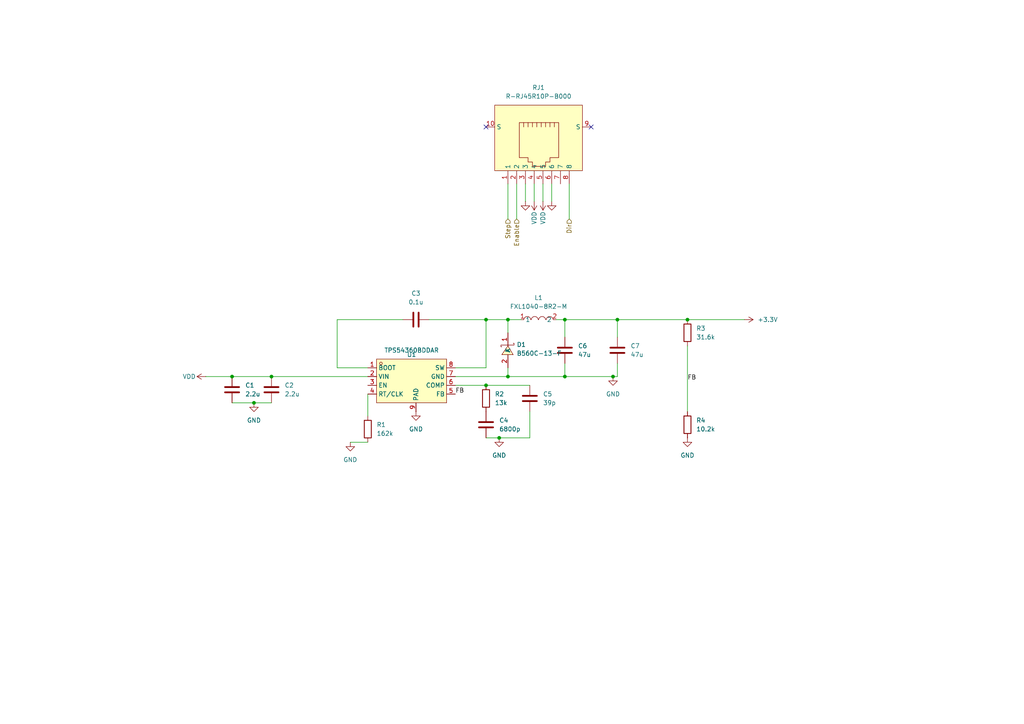
<source format=kicad_sch>
(kicad_sch (version 20231120) (generator "eeschema") (generator_version "8.0")
  (paper "A4")
  (lib_symbols
    (symbol "Device:C" (pin_numbers hide) (pin_names (offset 0.254))
      (property "Reference" "C" (at 0.635 2.54 0))
      (property "Value" "C" (at 0.635 -2.54 0))
      (symbol "C_0_1"
        (polyline (pts (xy -2.032 -0.762) (xy 2.032 -0.762)) (stroke (width 0.508)))
        (polyline (pts (xy -2.032 0.762) (xy 2.032 0.762)) (stroke (width 0.508)))
      )
      (symbol "C_1_1"
        (pin passive line (at 0 3.81 270) (length 2.794) (name "~") (number "1"))
        (pin passive line (at 0 -3.81 90) (length 2.794) (name "~") (number "2"))
      )
    )
    (symbol "Device:R" (pin_numbers hide) (pin_names (offset 0))
      (property "Reference" "R" (at 2.032 0 90))
      (property "Value" "R" (at 0 0 90))
      (symbol "R_0_1"
        (rectangle (start -1.016 -2.54) (end 1.016 2.54) (stroke (width 0.254)))
      )
      (symbol "R_1_1"
        (pin passive line (at 0 3.81 270) (length 1.27) (name "~") (number "1"))
        (pin passive line (at 0 -3.81 90) (length 1.27) (name "~") (number "2"))
      )
    )
    (symbol "NEW:B560C-13-F"
      (property "Reference" "D" (at 0 5.08 0))
      (property "Value" "B560C-13-F" (at 0 -5.08 0))
      (symbol "B560C-13-F_0_1"
        (polyline (pts (xy 1.27 1.52) (xy -1.27 0) (xy 1.27 -1.78) (xy 1.27 1.52)) (fill (type background)))
        (polyline (pts (xy -2.03 1.52) (xy -2.03 1.78) (xy -1.52 1.78) (xy -1.52 -2.03) (xy -1.02 -2.03) (xy -1.02 -1.78)))
        (pin unspecified line (at -5.08 0 0) (length 3.81) (name "K") (number "1"))
        (pin unspecified line (at 5.08 0 180) (length 3.81) (name "A") (number "2"))
      )
    )
    (symbol "NEW:FXL1040-8R2-M"
      (property "Reference" "L" (at 0 5.08 0))
      (property "Value" "FXL1040-8R2-M" (at 0 -5.08 0))
      (symbol "FXL1040-8R2-M_0_1"
        (arc (start -2.27 -0.02) (mid -3.28 0.9027) (end -4.29 -0.02))
        (arc (start -0.11 -0.02) (mid -1.12 0.9071) (end -2.13 -0.02))
        (arc (start 2.04 -0.02) (mid 1.03 0.9071) (end 0.02 -0.02))
        (arc (start 4.23 -0.02) (mid 3.22 0.9071) (end 2.21 -0.02))
        (pin unspecified line (at -5.08 0 0) (length 0.762) (name "1") (number "1"))
        (pin unspecified line (at 5.08 0 180) (length 0.762) (name "2") (number "2"))
      )
    )
    (symbol "NEW:TPS54360BDDAR"
      (property "Reference" "U5" (at 0 7.62 0))
      (property "Value" "TPS54360BDDAR" (at -7.62 -16.51 0))
      (symbol "TPS54360BDDAR_0_1"
        (rectangle (start -10.16 6.35) (end 10.16 -6.35) (fill (type background)))
        (circle (center -8.89 5.08) (radius 0.38))
        (pin unspecified line (at -12.7 3.81 0) (length 2.54) (name "BOOT") (number "1"))
        (pin unspecified line (at -12.7 1.27 0) (length 2.54) (name "VIN") (number "2"))
        (pin unspecified line (at -12.7 -1.27 0) (length 2.54) (name "EN") (number "3"))
        (pin unspecified line (at -12.7 -3.81 0) (length 2.54) (name "RT/CLK") (number "4"))
        (pin unspecified line (at 12.7 -3.81 180) (length 2.54) (name "FB") (number "5"))
        (pin unspecified line (at 12.7 -1.27 180) (length 2.54) (name "COMP") (number "6"))
        (pin unspecified line (at 12.7 1.27 180) (length 2.54) (name "GND") (number "7"))
        (pin unspecified line (at 12.7 3.81 180) (length 2.54) (name "SW") (number "8"))
        (pin unspecified line (at 1.27 -8.89 90) (length 2.54) (name "PAD") (number "9"))
      )
    )
    (symbol "PARTS:R-RJ45R10P-B000"
      (property "Reference" "RJ" (at 0 8.89 0))
      (property "Value" "R-RJ45R10P-B000" (at 0 -17.78 0))
      (symbol "R-RJ45R10P-B000_0_1"
        (rectangle (start -11.43 10.16) (end 13.97 -8.89) (fill (type background)))
        (polyline (pts (xy -3.05 3.81) (xy -3.05 5.08) (xy -3.05 5.08)))
        (polyline (pts (xy -1.78 5.08) (xy -1.78 3.81) (xy -1.78 3.81)))
        (polyline (pts (xy -0.51 5.08) (xy -0.51 3.81) (xy -0.51 3.81)))
        (polyline (pts (xy 0.76 5.08) (xy 0.76 3.81) (xy 0.76 3.81)))
        (polyline (pts (xy 2.03 5.08) (xy 2.03 3.81) (xy 2.03 3.81)))
        (polyline (pts (xy 3.3 5.08) (xy 3.3 3.81) (xy 3.3 3.81)))
        (polyline (pts (xy 4.57 3.81) (xy 4.57 5.08) (xy 4.57 5.08)))
        (polyline (pts (xy 5.84 3.81) (xy 5.84 5.08) (xy 5.84 5.08)))
        (polyline (pts (xy -4.32 5.08) (xy 7.11 5.08) (xy 7.11 -5.08) (xy 4.57 -5.08) (xy 4.57 -6.35) (xy 3.3 -6.35) (xy 3.3 -7.62) (xy -0.51 -7.62) (xy -0.51 -6.35) (xy -1.78 -6.35) (xy -1.78 -5.08) (xy -4.32 -5.08) (xy -4.32 5.08) (xy -4.32 5.08)) (fill (type background)))
        (pin unspecified line (at -7.62 -12.7 90) (length 3.81) (name "1") (number "1"))
        (pin unspecified line (at -13.97 3.81 0) (length 2.54) (name "S") (number "10"))
        (pin unspecified line (at -5.08 -12.7 90) (length 3.81) (name "2") (number "2"))
        (pin unspecified line (at -2.54 -12.7 90) (length 3.81) (name "3") (number "3"))
        (pin unspecified line (at 0 -12.7 90) (length 3.81) (name "4") (number "4"))
        (pin unspecified line (at 2.54 -12.7 90) (length 3.81) (name "5") (number "5"))
        (pin unspecified line (at 5.08 -12.7 90) (length 3.81) (name "6") (number "6"))
        (pin unspecified line (at 7.62 -12.7 90) (length 3.81) (name "7") (number "7"))
        (pin unspecified line (at 10.16 -12.7 90) (length 3.81) (name "8") (number "8"))
        (pin unspecified line (at 16.51 3.81 180) (length 2.54) (name "S") (number "9"))
      )
    )
    (symbol "power:+3.3V" (power) (pin_numbers hide) (pin_names (offset 0) hide)
      (property "Value" "+3.3V" (at 0 3.556 0))
      (symbol "+3.3V_0_1"
        (polyline (pts (xy -0.762 1.27) (xy 0 2.54)))
        (polyline (pts (xy 0 0) (xy 0 2.54)))
        (polyline (pts (xy 0 2.54) (xy 0.762 1.27)))
      )
      (symbol "+3.3V_1_1"
        (pin power_in line (at 0 0 90) (length 0) (name "~") (number "1"))
      )
    )
    (symbol "power:GND" (power) (pin_numbers hide) (pin_names (offset 0) hide)
      (property "Value" "GND" (at 0 -3.81 0))
      (symbol "GND_0_1"
        (polyline (pts (xy 0 0) (xy 0 -1.27) (xy 1.27 -1.27) (xy 0 -2.54) (xy -1.27 -1.27) (xy 0 -1.27)))
      )
      (symbol "GND_1_1"
        (pin power_in line (at 0 0 270) (length 0) (name "~") (number "1"))
      )
    )
    (symbol "power:VDD" (power) (pin_numbers hide) (pin_names (offset 0) hide)
      (property "Value" "VDD" (at 0 3.556 0))
      (symbol "VDD_0_1"
        (polyline (pts (xy -0.762 1.27) (xy 0 2.54)))
        (polyline (pts (xy 0 0) (xy 0 2.54)))
        (polyline (pts (xy 0 2.54) (xy 0.762 1.27)))
      )
      (symbol "VDD_1_1"
        (pin power_in line (at 0 0 90) (length 0) (name "~") (number "1"))
      )
    )
  )
  (junction (at 73.66 116.84))
  (junction (at 67.31 109.22))
  (junction (at 147.32 109.22))
  (junction (at 147.32 92.71))
  (junction (at 163.83 109.22))
  (junction (at 179.07 92.71))
  (junction (at 144.78 127))
  (junction (at 78.74 109.22))
  (junction (at 199.39 92.71))
  (junction (at 177.8 109.22))
  (junction (at 140.97 92.71))
  (junction (at 163.83 92.71))
  (junction (at 140.97 111.76))
  (no_connect (at 140.97 36.83))
  (no_connect (at 171.45 36.83))
  (wire (pts (xy 144.78 127) (xy 140.97 127)))
  (wire (pts (xy 152.4 58.42) (xy 152.4 53.34)))
  (wire (pts (xy 215.9 92.71) (xy 199.39 92.71)))
  (wire (pts (xy 163.83 92.71) (xy 179.07 92.71)))
  (wire (pts (xy 132.08 111.76) (xy 140.97 111.76)))
  (wire (pts (xy 163.83 105.41) (xy 163.83 109.22)))
  (wire (pts (xy 106.68 120.65) (xy 106.68 114.3)))
  (wire (pts (xy 160.02 58.42) (xy 160.02 53.34)))
  (wire (pts (xy 73.66 116.84) (xy 78.74 116.84)))
  (wire (pts (xy 161.29 92.71) (xy 163.83 92.71)))
  (wire (pts (xy 163.83 92.71) (xy 163.83 97.79)))
  (wire (pts (xy 140.97 111.76) (xy 153.67 111.76)))
  (wire (pts (xy 132.08 106.68) (xy 140.97 106.68)))
  (wire (pts (xy 132.08 109.22) (xy 147.32 109.22)))
  (wire (pts (xy 154.94 58.42) (xy 154.94 53.34)))
  (wire (pts (xy 163.83 109.22) (xy 177.8 109.22)))
  (wire (pts (xy 177.8 109.22) (xy 179.07 109.22)))
  (wire (pts (xy 124.46 92.71) (xy 140.97 92.71)))
  (wire (pts (xy 199.39 119.38) (xy 199.39 100.33)))
  (wire (pts (xy 97.79 92.71) (xy 97.79 106.68)))
  (wire (pts (xy 149.86 63.5) (xy 149.86 53.34)))
  (wire (pts (xy 147.32 96.52) (xy 147.32 92.71)))
  (wire (pts (xy 179.07 92.71) (xy 179.07 97.79)))
  (wire (pts (xy 153.67 127) (xy 144.78 127)))
  (wire (pts (xy 147.32 109.22) (xy 163.83 109.22)))
  (wire (pts (xy 147.32 63.5) (xy 147.32 53.34)))
  (wire (pts (xy 78.74 109.22) (xy 106.68 109.22)))
  (wire (pts (xy 157.48 58.42) (xy 157.48 53.34)))
  (wire (pts (xy 101.6 128.27) (xy 106.68 128.27)))
  (wire (pts (xy 140.97 92.71) (xy 147.32 92.71)))
  (wire (pts (xy 140.97 106.68) (xy 140.97 92.71)))
  (wire (pts (xy 179.07 109.22) (xy 179.07 105.41)))
  (wire (pts (xy 67.31 109.22) (xy 78.74 109.22)))
  (wire (pts (xy 73.66 116.84) (xy 67.31 116.84)))
  (wire (pts (xy 147.32 92.71) (xy 151.13 92.71)))
  (wire (pts (xy 179.07 92.71) (xy 199.39 92.71)))
  (wire (pts (xy 116.84 92.71) (xy 97.79 92.71)))
  (wire (pts (xy 147.32 106.68) (xy 147.32 109.22)))
  (wire (pts (xy 97.79 106.68) (xy 106.68 106.68)))
  (wire (pts (xy 59.69 109.22) (xy 67.31 109.22)))
  (wire (pts (xy 165.1 63.5) (xy 165.1 53.34)))
  (wire (pts (xy 153.67 119.38) (xy 153.67 127)))
  (label "FB" (at 132.08 114.3 0))
  (label "FB" (at 199.39 110.49 0))
  (hierarchical_label "Dir" (shape input) (at 165.1 63.5 270))
  (hierarchical_label "Enable" (shape input) (at 149.86 63.5 270))
  (hierarchical_label "Step" (shape input) (at 147.32 63.5 270))
  (symbol (lib_id "Device:C") (at 179.07 101.6 0) (unit 1)
    (property "Reference" "C7" (at 182.88 100.33 0) (effects (justify left)))
    (property "Value" "47u" (at 182.88 102.87 0) (effects (justify left)))
    (property "Footprint" "Capacitor_SMD:C_1206_3216Metric_Pad1.33x1.80mm_HandSolder" (effects (hide yes)))
    (property "LCSC Part" "C94034" (effects (hide yes)))
  )
  (symbol (lib_id "power:VDD") (at 157.48 58.42 180) (unit 1)
    (property "Reference" "#PWR02" (effects (hide yes)))
    (property "Value" "VDD" (at 157.48 63.246 90))
    (property "Description" "Power symbol creates a global label with name \"VDD\"" (effects (hide yes)))
  )
  (symbol (lib_id "power:GND") (at 144.78 127 0) (unit 1)
    (property "Reference" "#PWR08" (effects (hide yes)))
    (property "Value" "GND" (at 144.78 132.08 0))
  )
  (symbol (lib_id "power:GND") (at 199.39 127 0) (unit 1)
    (property "Reference" "#PWR010" (effects (hide yes)))
    (property "Value" "GND" (at 199.39 132.08 0))
  )
  (symbol (lib_id "Device:C") (at 120.65 92.71 90) (unit 1)
    (property "Reference" "C3" (at 120.65 85.09 90))
    (property "Value" "0.1u" (at 120.65 87.63 90))
    (property "Footprint" "Capacitor_SMD:C_0805_2012Metric_Pad1.18x1.45mm_HandSolder" (effects (hide yes)))
  )
  (symbol (lib_id "power:GND") (at 73.66 116.84 0) (unit 1)
    (property "Reference" "#PWR05" (effects (hide yes)))
    (property "Value" "GND" (at 73.66 121.92 0))
  )
  (symbol (lib_id "Device:R") (at 106.68 124.46 0) (unit 1)
    (property "Reference" "R1" (at 109.22 123.19 0) (effects (justify left)))
    (property "Value" "162k" (at 109.22 125.73 0) (effects (justify left)))
    (property "Footprint" "Resistor_SMD:R_0805_2012Metric_Pad1.20x1.40mm_HandSolder" (effects (hide yes)))
    (property "LCSC Part" "C22815" (effects (hide yes)))
  )
  (symbol (lib_id "Device:C") (at 153.67 115.57 0) (unit 1)
    (property "Reference" "C5" (at 157.48 114.3 0) (effects (justify left)))
    (property "Value" "39p" (at 157.48 116.84 0) (effects (justify left)))
    (property "Footprint" "Capacitor_SMD:C_0402_1005Metric_Pad0.74x0.62mm_HandSolder" (effects (hide yes)))
  )
  (symbol (lib_id "Device:R") (at 199.39 96.52 0) (unit 1)
    (property "Reference" "R3" (at 201.93 95.25 0) (effects (justify left)))
    (property "Value" "31.6k" (at 201.93 97.79 0) (effects (justify left)))
    (property "Footprint" "Resistor_SMD:R_0805_2012Metric_Pad1.20x1.40mm_HandSolder" (effects (hide yes)))
  )
  (symbol (lib_id "PARTS:R-RJ45R10P-B000") (at 154.94 40.64 0) (unit 1)
    (property "Reference" "RJ1" (at 156.21 25.4 0))
    (property "Value" "R-RJ45R10P-B000" (at 156.21 27.94 0))
    (property "Footprint" "PARTS:RJ45-TH_R-RJ45R10P-B000" (effects (hide yes)))
    (property "Datasheet" "https://lcsc.com/product-detail/Ethernet-Connectors-Modular-Connectors-RJ45-RJ11_Shenzhen-Cankemeng-R-RJ45R10P-B000_C386758.html" (effects (hide yes)))
    (property "LCSC Part" "C386758" (effects (hide yes)))
  )
  (symbol (lib_id "power:GND") (at 120.65 119.38 0) (unit 1)
    (property "Reference" "#PWR07" (effects (hide yes)))
    (property "Value" "GND" (at 120.65 124.46 0))
  )
  (symbol (lib_id "NEW:B560C-13-F") (at 147.32 101.6 270) (unit 1)
    (property "Reference" "D1" (at 149.86 99.95 90) (effects (justify left)))
    (property "Value" "B560C-13-F" (at 149.86 102.49 90) (effects (justify left)))
    (property "Footprint" "PARTS:SMC_L7.1-W6.2-LS8.1-RD" (effects (hide yes)))
    (property "Datasheet" "https://lcsc.com/product-detail/Schottky-Barrier-Diodes-SBD_DIODES_B560C-13-F_B560C-13-F_C85100.html" (effects (hide yes)))
    (property "LCSC Part" "C85100" (effects (hide yes)))
  )
  (symbol (lib_id "Device:C") (at 163.83 101.6 0) (unit 1)
    (property "Reference" "C6" (at 167.64 100.33 0) (effects (justify left)))
    (property "Value" "47u" (at 167.64 102.87 0) (effects (justify left)))
    (property "Footprint" "Capacitor_SMD:C_1206_3216Metric_Pad1.33x1.80mm_HandSolder" (effects (hide yes)))
    (property "LCSC Part" "C94034" (effects (hide yes)))
  )
  (symbol (lib_id "Device:C") (at 78.74 113.03 0) (unit 1)
    (property "Reference" "C2" (at 82.55 111.76 0) (effects (justify left)))
    (property "Value" "2.2u" (at 82.55 114.3 0) (effects (justify left)))
    (property "Footprint" "Capacitor_SMD:C_1206_3216Metric" (effects (hide yes)))
    (property "LCSC Part" "C170101" (effects (hide yes)))
  )
  (symbol (lib_id "power:GND") (at 101.6 128.27 0) (unit 1)
    (property "Reference" "#PWR06" (effects (hide yes)))
    (property "Value" "GND" (at 101.6 133.35 0))
  )
  (symbol (lib_id "NEW:FXL1040-8R2-M") (at 156.21 92.71 0) (unit 1)
    (property "Reference" "L1" (at 156.21 86.36 0))
    (property "Value" "FXL1040-8R2-M" (at 156.21 88.9 0))
    (property "Footprint" "PARTS:IND-SMD_L11.5-W10.0_FXL1040" (effects (hide yes)))
    (property "Datasheet" "https://lcsc.com/product-detail/Power-Inductors_8-2uH-20-8-0A_C167232.html" (effects (hide yes)))
    (property "LCSC Part" "C167232" (effects (hide yes)))
  )
  (symbol (lib_id "Device:R") (at 199.39 123.19 0) (unit 1)
    (property "Reference" "R4" (at 201.93 121.92 0) (effects (justify left)))
    (property "Value" "10.2k" (at 201.93 124.46 0) (effects (justify left)))
    (property "Footprint" "Resistor_SMD:R_0805_2012Metric_Pad1.20x1.40mm_HandSolder" (effects (hide yes)))
    (property "LCSC Part" "C217771" (effects (hide yes)))
  )
  (symbol (lib_id "Device:C") (at 140.97 123.19 0) (unit 1)
    (property "Reference" "C4" (at 144.78 121.92 0) (effects (justify left)))
    (property "Value" "6800p" (at 144.78 124.46 0) (effects (justify left)))
    (property "Footprint" "Capacitor_SMD:C_1206_3216Metric" (effects (hide yes)))
  )
  (symbol (lib_id "power:VDD") (at 59.69 109.22 90) (unit 1)
    (property "Reference" "#PWR011" (effects (hide yes)))
    (property "Value" "VDD" (at 54.864 109.22 90))
    (property "Description" "Power symbol creates a global label with name \"VDD\"" (effects (hide yes)))
  )
  (symbol (lib_id "power:VDD") (at 154.94 58.42 180) (unit 1)
    (property "Reference" "#PWR01" (effects (hide yes)))
    (property "Value" "VDD" (at 154.94 63.246 90))
    (property "Description" "Power symbol creates a global label with name \"VDD\"" (effects (hide yes)))
  )
  (symbol (lib_id "power:+3.3V") (at 215.9 92.71 270) (unit 1)
    (property "Reference" "#PWR012" (effects (hide yes)))
    (property "Value" "+3.3V" (at 219.71 92.7099 90) (effects (justify left)))
    (property "Description" "Power symbol creates a global label with name \"+3.3V\"" (effects (hide yes)))
  )
  (symbol (lib_id "NEW:TPS54360BDDAR") (at 119.38 110.49 0) (unit 1)
    (property "Reference" "U1" (at 119.38 102.87 0))
    (property "Value" "TPS54360BDDAR" (at 119.38 101.6 0))
    (property "Footprint" "PARTS:SOIC-8_L5.0-W4.0-P1.27-LS6.0-BL-EP2.0" (effects (hide yes)))
    (property "Datasheet" "https://lcsc.com/product-detail/DC-DC-Converters_Texas-Instruments-Texas-Instruments-TPS54360BDDAR_C524806.html" (effects (hide yes)))
    (property "LCSC Part" "C524806" (effects (hide yes)))
  )
  (symbol (lib_id "power:GND") (at 160.02 58.42 0) (unit 1)
    (property "Reference" "#PWR04" (effects (hide yes)))
    (property "Value" "GND" (effects (hide yes)))
    (property "Description" "Power symbol creates a global label with name \"GND\" , ground" (effects (hide yes)))
  )
  (symbol (lib_id "Device:R") (at 140.97 115.57 0) (unit 1)
    (property "Reference" "R2" (at 143.51 114.3 0) (effects (justify left)))
    (property "Value" "13k" (at 143.51 116.84 0) (effects (justify left)))
    (property "Footprint" "Resistor_SMD:R_0805_2012Metric_Pad1.20x1.40mm_HandSolder" (effects (hide yes)))
    (property "LCSC Part" "C445658" (effects (hide yes)))
  )
  (symbol (lib_id "power:GND") (at 177.8 109.22 0) (unit 1)
    (property "Reference" "#PWR09" (effects (hide yes)))
    (property "Value" "GND" (at 177.8 114.3 0))
  )
  (symbol (lib_id "power:GND") (at 152.4 58.42 0) (unit 1)
    (property "Reference" "#PWR03" (effects (hide yes)))
    (property "Value" "GND" (effects (hide yes)))
    (property "Description" "Power symbol creates a global label with name \"GND\" , ground" (effects (hide yes)))
  )
  (symbol (lib_id "Device:C") (at 67.31 113.03 0) (unit 1)
    (property "Reference" "C1" (at 71.12 111.76 0) (effects (justify left)))
    (property "Value" "2.2u" (at 71.12 114.3 0) (effects (justify left)))
    (property "Footprint" "Capacitor_SMD:C_1206_3216Metric" (effects (hide yes)))
    (property "LCSC Part" "C170101" (effects (hide yes)))
  )
)
</source>
